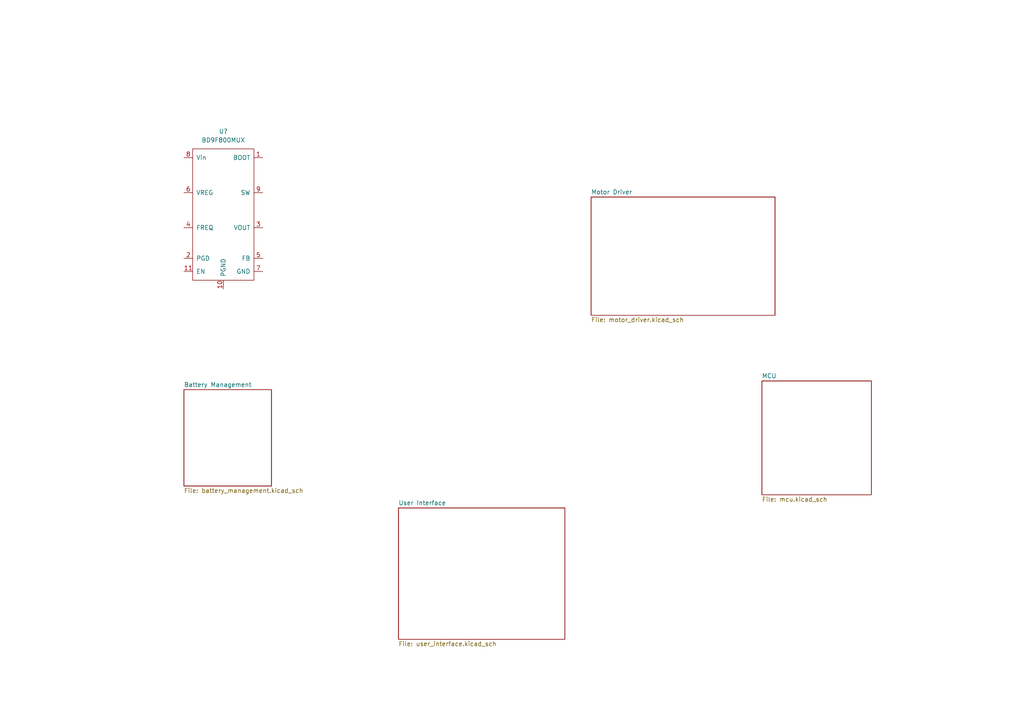
<source format=kicad_sch>
(kicad_sch (version 20211123) (generator eeschema)
  (paper "A4")
  (lib_symbols
    (symbol "310_smps_buck:BD9F800MUX" (pin_names (offset 1.016))
      (property "Reference" "U" (at 0 20.32 0))
      (property "Value" "BD9F800MUX" (at 0 11.43 90))
      (symbol "BD9F800MUX_0_1"
        (rectangle (start -8.89 20.32) (end 8.89 -17.78))
      )
      (symbol "BD9F800MUX_1_1"
        (pin power_out line (at 11.43 17.78 180) (length 2.54) (name "BOOT") (number "1"))
        (pin power_in line (at 0 -20.32 90) (length 2.54) (name "PGND") (number "10"))
        (pin input line (at -11.43 -15.24 0) (length 2.54) (name "EN") (number "11"))
        (pin output line (at -11.43 -11.43 0) (length 2.54) (name "PGD") (number "2"))
        (pin power_out line (at 11.43 -2.54 180) (length 2.54) (name "VOUT") (number "3"))
        (pin input line (at -11.43 -2.54 0) (length 2.54) (name "FREQ") (number "4"))
        (pin input line (at 11.43 -11.43 180) (length 2.54) (name "FB") (number "5"))
        (pin input line (at -11.43 7.62 0) (length 2.54) (name "VREG") (number "6"))
        (pin power_in line (at 11.43 -15.24 180) (length 2.54) (name "GND") (number "7"))
        (pin power_in line (at -11.43 17.78 0) (length 2.54) (name "Vin") (number "8"))
        (pin power_out line (at 11.43 7.62 180) (length 2.54) (name "SW") (number "9"))
      )
    )
  )
  (symbol (lib_id "310_smps_buck:BD9F800MUX") (at 64.77 63.5 0) (unit 1)
    (property "Reference" "U?" (at 64.77 38.1 0))
    (property "Value" "BD9F800MUX" (at 64.77 40.64 0))
    (property "Footprint" "310_smps_buck:BD9F800MUX" (effects hide))
    (property "Datasheet" "https://fscdn.rohm.com/en/products/databook/datasheet/ic/power/switching_regulator/bd9f800mux-e.pdf" (effects hide))
  )
  (sheet (at 171.45 57.15) (size 53.34 34.29) (stroke (width 0.1524))
    (property "Sheet name" "Motor Driver" (at 171.45 56.4384 0) (effects (justify left bottom)))
    (property "Sheet file" "motor_driver.kicad_sch" (at 171.45 92.0246 0) (effects (justify left top)))
  )
  (sheet (at 53.34 113.03) (size 25.4 27.94) (stroke (width 0.1524))
    (property "Sheet name" "Battery Management" (at 53.34 112.3184 0) (effects (justify left bottom)))
    (property "Sheet file" "battery_management.kicad_sch" (at 53.34 141.5546 0) (effects (justify left top)))
  )
  (sheet (at 220.98 110.49) (size 31.75 33.02) (stroke (width 0.1524))
    (property "Sheet name" "MCU" (at 220.98 109.7784 0) (effects (justify left bottom)))
    (property "Sheet file" "mcu.kicad_sch" (at 220.98 144.0946 0) (effects (justify left top)))
  )
  (sheet (at 115.57 147.32) (size 48.26 38.1) (stroke (width 0.1524))
    (property "Sheet name" "User Interface" (at 115.57 146.6084 0) (effects (justify left bottom)))
    (property "Sheet file" "user_interface.kicad_sch" (at 115.57 186.0046 0) (effects (justify left top)))
  )
)
</source>
